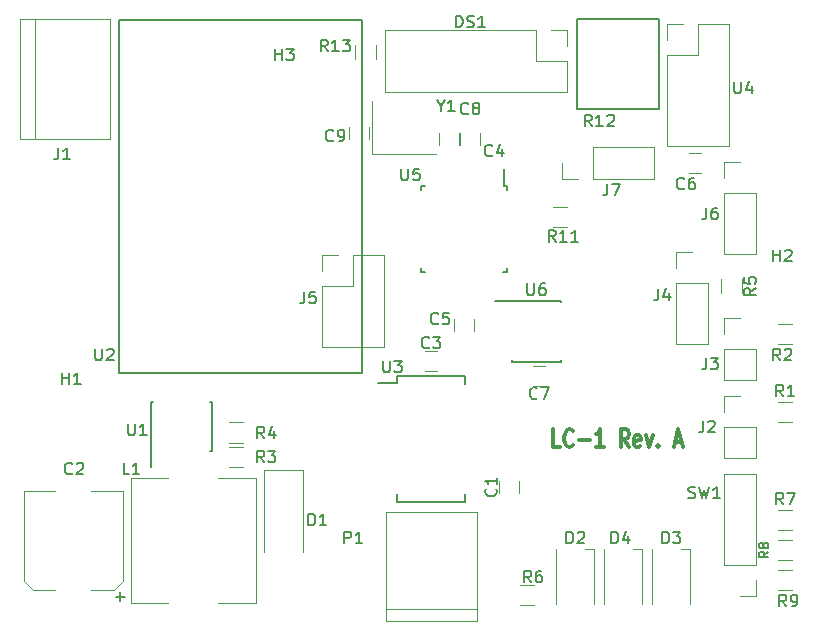
<source format=gto>
G04 #@! TF.GenerationSoftware,KiCad,Pcbnew,5.0.1*
G04 #@! TF.CreationDate,2019-01-11T11:30:50+00:00*
G04 #@! TF.ProjectId,lc1,6C63312E6B696361645F706362000000,rev?*
G04 #@! TF.SameCoordinates,Original*
G04 #@! TF.FileFunction,Legend,Top*
G04 #@! TF.FilePolarity,Positive*
%FSLAX46Y46*%
G04 Gerber Fmt 4.6, Leading zero omitted, Abs format (unit mm)*
G04 Created by KiCad (PCBNEW 5.0.1) date Fri 11 Jan 2019 11:30:50 GMT*
%MOMM*%
%LPD*%
G01*
G04 APERTURE LIST*
%ADD10C,0.300000*%
%ADD11C,0.120000*%
%ADD12C,0.150000*%
G04 APERTURE END LIST*
D10*
X152651428Y-118534571D02*
X152080000Y-118534571D01*
X152080000Y-117034571D01*
X153737142Y-118391714D02*
X153680000Y-118463142D01*
X153508571Y-118534571D01*
X153394285Y-118534571D01*
X153222857Y-118463142D01*
X153108571Y-118320285D01*
X153051428Y-118177428D01*
X152994285Y-117891714D01*
X152994285Y-117677428D01*
X153051428Y-117391714D01*
X153108571Y-117248857D01*
X153222857Y-117106000D01*
X153394285Y-117034571D01*
X153508571Y-117034571D01*
X153680000Y-117106000D01*
X153737142Y-117177428D01*
X154251428Y-117963142D02*
X155165714Y-117963142D01*
X156365714Y-118534571D02*
X155680000Y-118534571D01*
X156022857Y-118534571D02*
X156022857Y-117034571D01*
X155908571Y-117248857D01*
X155794285Y-117391714D01*
X155680000Y-117463142D01*
X158480000Y-118534571D02*
X158080000Y-117820285D01*
X157794285Y-118534571D02*
X157794285Y-117034571D01*
X158251428Y-117034571D01*
X158365714Y-117106000D01*
X158422857Y-117177428D01*
X158480000Y-117320285D01*
X158480000Y-117534571D01*
X158422857Y-117677428D01*
X158365714Y-117748857D01*
X158251428Y-117820285D01*
X157794285Y-117820285D01*
X159451428Y-118463142D02*
X159337142Y-118534571D01*
X159108571Y-118534571D01*
X158994285Y-118463142D01*
X158937142Y-118320285D01*
X158937142Y-117748857D01*
X158994285Y-117606000D01*
X159108571Y-117534571D01*
X159337142Y-117534571D01*
X159451428Y-117606000D01*
X159508571Y-117748857D01*
X159508571Y-117891714D01*
X158937142Y-118034571D01*
X159908571Y-117534571D02*
X160194285Y-118534571D01*
X160480000Y-117534571D01*
X160937142Y-118391714D02*
X160994285Y-118463142D01*
X160937142Y-118534571D01*
X160880000Y-118463142D01*
X160937142Y-118391714D01*
X160937142Y-118534571D01*
X162365714Y-118106000D02*
X162937142Y-118106000D01*
X162251428Y-118534571D02*
X162651428Y-117034571D01*
X163051428Y-118534571D01*
D11*
G04 #@! TO.C,C1*
X147486000Y-121404000D02*
X147486000Y-122404000D01*
X149186000Y-122404000D02*
X149186000Y-121404000D01*
G04 #@! TO.C,C2*
X107238086Y-129862593D02*
X107238086Y-122242593D01*
X107998086Y-130622593D02*
X107238086Y-129862593D01*
X115618086Y-129862593D02*
X114858086Y-130622593D01*
X115618086Y-122242593D02*
X115618086Y-129862593D01*
X107238086Y-122242593D02*
X109918086Y-122242593D01*
X115618086Y-122242593D02*
X112938086Y-122242593D01*
X107998086Y-130622593D02*
X109918086Y-130622593D01*
X114858086Y-130622593D02*
X112938086Y-130622593D01*
G04 #@! TO.C,C3*
X142232000Y-110402000D02*
X141232000Y-110402000D01*
X141232000Y-112102000D02*
X142232000Y-112102000D01*
G04 #@! TO.C,C4*
X145884000Y-92956000D02*
X145884000Y-91956000D01*
X144184000Y-91956000D02*
X144184000Y-92956000D01*
G04 #@! TO.C,C5*
X145376000Y-108704000D02*
X145376000Y-107704000D01*
X143676000Y-107704000D02*
X143676000Y-108704000D01*
G04 #@! TO.C,C6*
X164584000Y-93638000D02*
X163584000Y-93638000D01*
X163584000Y-95338000D02*
X164584000Y-95338000D01*
G04 #@! TO.C,C7*
X151360000Y-111672000D02*
X150360000Y-111672000D01*
X150360000Y-113372000D02*
X151360000Y-113372000D01*
G04 #@! TO.C,D1*
X130858086Y-120508593D02*
X130858086Y-127408593D01*
X127558086Y-120508593D02*
X127558086Y-127408593D01*
X130858086Y-120508593D02*
X127558086Y-120508593D01*
G04 #@! TO.C,D2*
X155524000Y-127140000D02*
X154724000Y-127140000D01*
X155524000Y-131790000D02*
X155524000Y-127140000D01*
X152324000Y-131790000D02*
X152324000Y-127140000D01*
G04 #@! TO.C,D3*
X160452000Y-131790000D02*
X160452000Y-127140000D01*
X163652000Y-131790000D02*
X163652000Y-127140000D01*
X163652000Y-127140000D02*
X162852000Y-127140000D01*
G04 #@! TO.C,D4*
X159588000Y-127140000D02*
X158788000Y-127140000D01*
X159588000Y-131790000D02*
X159588000Y-127140000D01*
X156388000Y-131790000D02*
X156388000Y-127140000D01*
G04 #@! TO.C,DS1*
X153222000Y-83252000D02*
X153222000Y-84582000D01*
X151892000Y-83252000D02*
X153222000Y-83252000D01*
X153222000Y-85852000D02*
X153222000Y-88452000D01*
X150622000Y-85852000D02*
X153222000Y-85852000D01*
X150622000Y-83252000D02*
X150622000Y-85852000D01*
X153222000Y-88452000D02*
X137862000Y-88452000D01*
X150622000Y-83252000D02*
X137862000Y-83252000D01*
X137862000Y-83252000D02*
X137862000Y-88452000D01*
G04 #@! TO.C,J1*
X106934000Y-82296000D02*
X106934000Y-92456000D01*
X114554000Y-82296000D02*
X106934000Y-82296000D01*
X114554000Y-92456000D02*
X114554000Y-82296000D01*
X106934000Y-92456000D02*
X114554000Y-92456000D01*
X108204000Y-92456000D02*
X108204000Y-82296000D01*
G04 #@! TO.C,J2*
X166564000Y-119440000D02*
X169224000Y-119440000D01*
X166564000Y-116840000D02*
X166564000Y-119440000D01*
X169224000Y-116840000D02*
X169224000Y-119440000D01*
X166564000Y-116840000D02*
X169224000Y-116840000D01*
X166564000Y-115570000D02*
X166564000Y-114240000D01*
X166564000Y-114240000D02*
X167894000Y-114240000D01*
G04 #@! TO.C,J3*
X166564000Y-107636000D02*
X167894000Y-107636000D01*
X166564000Y-108966000D02*
X166564000Y-107636000D01*
X166564000Y-110236000D02*
X169224000Y-110236000D01*
X169224000Y-110236000D02*
X169224000Y-112836000D01*
X166564000Y-110236000D02*
X166564000Y-112836000D01*
X166564000Y-112836000D02*
X169224000Y-112836000D01*
G04 #@! TO.C,J4*
X162500000Y-102048000D02*
X163830000Y-102048000D01*
X162500000Y-103378000D02*
X162500000Y-102048000D01*
X162500000Y-104648000D02*
X165160000Y-104648000D01*
X165160000Y-104648000D02*
X165160000Y-109788000D01*
X162500000Y-104648000D02*
X162500000Y-109788000D01*
X162500000Y-109788000D02*
X165160000Y-109788000D01*
G04 #@! TO.C,J5*
X132528000Y-102302000D02*
X133858000Y-102302000D01*
X132528000Y-103632000D02*
X132528000Y-102302000D01*
X135128000Y-102302000D02*
X137728000Y-102302000D01*
X135128000Y-104902000D02*
X135128000Y-102302000D01*
X132528000Y-104902000D02*
X135128000Y-104902000D01*
X137728000Y-102302000D02*
X137728000Y-110042000D01*
X132528000Y-104902000D02*
X132528000Y-110042000D01*
X132528000Y-110042000D02*
X137728000Y-110042000D01*
G04 #@! TO.C,J6*
X166564000Y-94428000D02*
X167894000Y-94428000D01*
X166564000Y-95758000D02*
X166564000Y-94428000D01*
X166564000Y-97028000D02*
X169224000Y-97028000D01*
X169224000Y-97028000D02*
X169224000Y-102168000D01*
X166564000Y-97028000D02*
X166564000Y-102168000D01*
X166564000Y-102168000D02*
X169224000Y-102168000D01*
G04 #@! TO.C,J7*
X160588000Y-95818000D02*
X160588000Y-93158000D01*
X155448000Y-95818000D02*
X160588000Y-95818000D01*
X155448000Y-93158000D02*
X160588000Y-93158000D01*
X155448000Y-95818000D02*
X155448000Y-93158000D01*
X154178000Y-95818000D02*
X152848000Y-95818000D01*
X152848000Y-95818000D02*
X152848000Y-94488000D01*
G04 #@! TO.C,L1*
X126888086Y-131732593D02*
X123688086Y-131732593D01*
X126888086Y-121132593D02*
X126888086Y-131732593D01*
X123688086Y-121132593D02*
X126888086Y-121132593D01*
X116288086Y-121132593D02*
X119488086Y-121132593D01*
X116288086Y-131732593D02*
X116288086Y-121132593D01*
X119488086Y-131732593D02*
X116288086Y-131732593D01*
G04 #@! TO.C,P1*
X137882000Y-124066000D02*
X137882000Y-133266000D01*
X145582000Y-124066000D02*
X137882000Y-124066000D01*
X145582000Y-133266000D02*
X145582000Y-124066000D01*
X137882000Y-133266000D02*
X145582000Y-133266000D01*
X137882000Y-132266000D02*
X145582000Y-132266000D01*
G04 #@! TO.C,R1*
X171104000Y-114690000D02*
X172304000Y-114690000D01*
X172304000Y-116450000D02*
X171104000Y-116450000D01*
G04 #@! TO.C,R2*
X172304000Y-109846000D02*
X171104000Y-109846000D01*
X171104000Y-108086000D02*
X172304000Y-108086000D01*
G04 #@! TO.C,R3*
X125822000Y-120260000D02*
X124622000Y-120260000D01*
X124622000Y-118500000D02*
X125822000Y-118500000D01*
G04 #@! TO.C,R4*
X125822000Y-118168593D02*
X124622000Y-118168593D01*
X124622000Y-116408593D02*
X125822000Y-116408593D01*
G04 #@! TO.C,R5*
X166252000Y-105502000D02*
X166252000Y-104302000D01*
X168012000Y-104302000D02*
X168012000Y-105502000D01*
G04 #@! TO.C,R6*
X150460000Y-131944000D02*
X149260000Y-131944000D01*
X149260000Y-130184000D02*
X150460000Y-130184000D01*
G04 #@! TO.C,R7*
X171104000Y-123834000D02*
X172304000Y-123834000D01*
X172304000Y-125594000D02*
X171104000Y-125594000D01*
G04 #@! TO.C,R8*
X172304000Y-128134000D02*
X171104000Y-128134000D01*
X171104000Y-126374000D02*
X172304000Y-126374000D01*
G04 #@! TO.C,R9*
X171104000Y-128914000D02*
X172304000Y-128914000D01*
X172304000Y-130674000D02*
X171104000Y-130674000D01*
G04 #@! TO.C,R11*
X152054000Y-98180000D02*
X153254000Y-98180000D01*
X153254000Y-99940000D02*
X152054000Y-99940000D01*
D12*
G04 #@! TO.C,R12*
X154051000Y-89916000D02*
X154051000Y-82296000D01*
X161036000Y-89916000D02*
X161036000Y-82296000D01*
X154051000Y-89916000D02*
X161036000Y-89916000D01*
X161036000Y-82296000D02*
X154051000Y-82296000D01*
D11*
G04 #@! TO.C,R13*
X135264000Y-85690000D02*
X135264000Y-84490000D01*
X137024000Y-84490000D02*
X137024000Y-85690000D01*
D12*
G04 #@! TO.C,U1*
X118047086Y-118855593D02*
X118047086Y-120255593D01*
X123147086Y-118855593D02*
X123147086Y-114705593D01*
X117997086Y-118855593D02*
X117997086Y-114705593D01*
X123147086Y-118855593D02*
X123002086Y-118855593D01*
X123147086Y-114705593D02*
X123002086Y-114705593D01*
X117997086Y-114705593D02*
X118142086Y-114705593D01*
X117997086Y-118855593D02*
X118047086Y-118855593D01*
G04 #@! TO.C,U2*
X115316000Y-112268000D02*
X135886000Y-112268000D01*
X115316000Y-112268000D02*
X115316000Y-82378000D01*
X135886000Y-112268000D02*
X135886000Y-82378000D01*
X115316000Y-82378000D02*
X135886000Y-82378000D01*
G04 #@! TO.C,U3*
X138857000Y-113106000D02*
X137257000Y-113106000D01*
X138857000Y-123181000D02*
X144607000Y-123181000D01*
X138857000Y-112531000D02*
X144607000Y-112531000D01*
X138857000Y-123181000D02*
X138857000Y-122531000D01*
X144607000Y-123181000D02*
X144607000Y-122531000D01*
X144607000Y-112531000D02*
X144607000Y-113181000D01*
X138857000Y-112531000D02*
X138857000Y-113106000D01*
D11*
G04 #@! TO.C,U4*
X161738000Y-82744000D02*
X163068000Y-82744000D01*
X161738000Y-84074000D02*
X161738000Y-82744000D01*
X164338000Y-82744000D02*
X166938000Y-82744000D01*
X164338000Y-85344000D02*
X164338000Y-82744000D01*
X161738000Y-85344000D02*
X164338000Y-85344000D01*
X166938000Y-82744000D02*
X166938000Y-93024000D01*
X161738000Y-85344000D02*
X161738000Y-93024000D01*
X161738000Y-93024000D02*
X166938000Y-93024000D01*
D12*
G04 #@! TO.C,U5*
X147926000Y-96451000D02*
X147926000Y-95026000D01*
X148151000Y-103701000D02*
X148151000Y-103376000D01*
X140901000Y-103701000D02*
X140901000Y-103376000D01*
X140901000Y-96451000D02*
X140901000Y-96776000D01*
X148151000Y-96451000D02*
X148151000Y-96776000D01*
X140901000Y-96451000D02*
X141226000Y-96451000D01*
X140901000Y-103701000D02*
X141226000Y-103701000D01*
X148151000Y-103701000D02*
X147826000Y-103701000D01*
X148151000Y-96451000D02*
X147926000Y-96451000D01*
G04 #@! TO.C,U6*
X148547000Y-106137000D02*
X148547000Y-106187000D01*
X152697000Y-106137000D02*
X152697000Y-106282000D01*
X152697000Y-111287000D02*
X152697000Y-111142000D01*
X148547000Y-111287000D02*
X148547000Y-111142000D01*
X148547000Y-106137000D02*
X152697000Y-106137000D01*
X148547000Y-111287000D02*
X152697000Y-111287000D01*
X148547000Y-106187000D02*
X147147000Y-106187000D01*
D11*
G04 #@! TO.C,C8*
X144106000Y-92956000D02*
X144106000Y-91956000D01*
X142406000Y-91956000D02*
X142406000Y-92956000D01*
G04 #@! TO.C,C9*
X134786000Y-91448000D02*
X134786000Y-92448000D01*
X136486000Y-92448000D02*
X136486000Y-91448000D01*
G04 #@! TO.C,Y1*
X136746000Y-93690000D02*
X142146000Y-93690000D01*
X136746000Y-89190000D02*
X136746000Y-93690000D01*
G04 #@! TO.C,SW1*
X169224000Y-131124000D02*
X167894000Y-131124000D01*
X169224000Y-129794000D02*
X169224000Y-131124000D01*
X169224000Y-128524000D02*
X166564000Y-128524000D01*
X166564000Y-128524000D02*
X166564000Y-120844000D01*
X169224000Y-128524000D02*
X169224000Y-120844000D01*
X169224000Y-120844000D02*
X166564000Y-120844000D01*
G04 #@! TO.C,C1*
D12*
X147193142Y-122070666D02*
X147240761Y-122118285D01*
X147288380Y-122261142D01*
X147288380Y-122356380D01*
X147240761Y-122499238D01*
X147145523Y-122594476D01*
X147050285Y-122642095D01*
X146859809Y-122689714D01*
X146716952Y-122689714D01*
X146526476Y-122642095D01*
X146431238Y-122594476D01*
X146336000Y-122499238D01*
X146288380Y-122356380D01*
X146288380Y-122261142D01*
X146336000Y-122118285D01*
X146383619Y-122070666D01*
X147288380Y-121118285D02*
X147288380Y-121689714D01*
X147288380Y-121404000D02*
X146288380Y-121404000D01*
X146431238Y-121499238D01*
X146526476Y-121594476D01*
X146574095Y-121689714D01*
G04 #@! TO.C,C2*
X111339333Y-120753142D02*
X111291714Y-120800761D01*
X111148857Y-120848380D01*
X111053619Y-120848380D01*
X110910761Y-120800761D01*
X110815523Y-120705523D01*
X110767904Y-120610285D01*
X110720285Y-120419809D01*
X110720285Y-120276952D01*
X110767904Y-120086476D01*
X110815523Y-119991238D01*
X110910761Y-119896000D01*
X111053619Y-119848380D01*
X111148857Y-119848380D01*
X111291714Y-119896000D01*
X111339333Y-119943619D01*
X111720285Y-119943619D02*
X111767904Y-119896000D01*
X111863142Y-119848380D01*
X112101238Y-119848380D01*
X112196476Y-119896000D01*
X112244095Y-119943619D01*
X112291714Y-120038857D01*
X112291714Y-120134095D01*
X112244095Y-120276952D01*
X111672666Y-120848380D01*
X112291714Y-120848380D01*
X115409514Y-131593545D02*
X115409514Y-130831640D01*
X115790466Y-131212593D02*
X115028562Y-131212593D01*
G04 #@! TO.C,C3*
X141565333Y-110085142D02*
X141517714Y-110132761D01*
X141374857Y-110180380D01*
X141279619Y-110180380D01*
X141136761Y-110132761D01*
X141041523Y-110037523D01*
X140993904Y-109942285D01*
X140946285Y-109751809D01*
X140946285Y-109608952D01*
X140993904Y-109418476D01*
X141041523Y-109323238D01*
X141136761Y-109228000D01*
X141279619Y-109180380D01*
X141374857Y-109180380D01*
X141517714Y-109228000D01*
X141565333Y-109275619D01*
X141898666Y-109180380D02*
X142517714Y-109180380D01*
X142184380Y-109561333D01*
X142327238Y-109561333D01*
X142422476Y-109608952D01*
X142470095Y-109656571D01*
X142517714Y-109751809D01*
X142517714Y-109989904D01*
X142470095Y-110085142D01*
X142422476Y-110132761D01*
X142327238Y-110180380D01*
X142041523Y-110180380D01*
X141946285Y-110132761D01*
X141898666Y-110085142D01*
G04 #@! TO.C,C4*
X146899333Y-93829142D02*
X146851714Y-93876761D01*
X146708857Y-93924380D01*
X146613619Y-93924380D01*
X146470761Y-93876761D01*
X146375523Y-93781523D01*
X146327904Y-93686285D01*
X146280285Y-93495809D01*
X146280285Y-93352952D01*
X146327904Y-93162476D01*
X146375523Y-93067238D01*
X146470761Y-92972000D01*
X146613619Y-92924380D01*
X146708857Y-92924380D01*
X146851714Y-92972000D01*
X146899333Y-93019619D01*
X147756476Y-93257714D02*
X147756476Y-93924380D01*
X147518380Y-92876761D02*
X147280285Y-93591047D01*
X147899333Y-93591047D01*
G04 #@! TO.C,C5*
X142327333Y-108053142D02*
X142279714Y-108100761D01*
X142136857Y-108148380D01*
X142041619Y-108148380D01*
X141898761Y-108100761D01*
X141803523Y-108005523D01*
X141755904Y-107910285D01*
X141708285Y-107719809D01*
X141708285Y-107576952D01*
X141755904Y-107386476D01*
X141803523Y-107291238D01*
X141898761Y-107196000D01*
X142041619Y-107148380D01*
X142136857Y-107148380D01*
X142279714Y-107196000D01*
X142327333Y-107243619D01*
X143232095Y-107148380D02*
X142755904Y-107148380D01*
X142708285Y-107624571D01*
X142755904Y-107576952D01*
X142851142Y-107529333D01*
X143089238Y-107529333D01*
X143184476Y-107576952D01*
X143232095Y-107624571D01*
X143279714Y-107719809D01*
X143279714Y-107957904D01*
X143232095Y-108053142D01*
X143184476Y-108100761D01*
X143089238Y-108148380D01*
X142851142Y-108148380D01*
X142755904Y-108100761D01*
X142708285Y-108053142D01*
G04 #@! TO.C,C6*
X163155333Y-96623142D02*
X163107714Y-96670761D01*
X162964857Y-96718380D01*
X162869619Y-96718380D01*
X162726761Y-96670761D01*
X162631523Y-96575523D01*
X162583904Y-96480285D01*
X162536285Y-96289809D01*
X162536285Y-96146952D01*
X162583904Y-95956476D01*
X162631523Y-95861238D01*
X162726761Y-95766000D01*
X162869619Y-95718380D01*
X162964857Y-95718380D01*
X163107714Y-95766000D01*
X163155333Y-95813619D01*
X164012476Y-95718380D02*
X163822000Y-95718380D01*
X163726761Y-95766000D01*
X163679142Y-95813619D01*
X163583904Y-95956476D01*
X163536285Y-96146952D01*
X163536285Y-96527904D01*
X163583904Y-96623142D01*
X163631523Y-96670761D01*
X163726761Y-96718380D01*
X163917238Y-96718380D01*
X164012476Y-96670761D01*
X164060095Y-96623142D01*
X164107714Y-96527904D01*
X164107714Y-96289809D01*
X164060095Y-96194571D01*
X164012476Y-96146952D01*
X163917238Y-96099333D01*
X163726761Y-96099333D01*
X163631523Y-96146952D01*
X163583904Y-96194571D01*
X163536285Y-96289809D01*
G04 #@! TO.C,C7*
X150693333Y-114379142D02*
X150645714Y-114426761D01*
X150502857Y-114474380D01*
X150407619Y-114474380D01*
X150264761Y-114426761D01*
X150169523Y-114331523D01*
X150121904Y-114236285D01*
X150074285Y-114045809D01*
X150074285Y-113902952D01*
X150121904Y-113712476D01*
X150169523Y-113617238D01*
X150264761Y-113522000D01*
X150407619Y-113474380D01*
X150502857Y-113474380D01*
X150645714Y-113522000D01*
X150693333Y-113569619D01*
X151026666Y-113474380D02*
X151693333Y-113474380D01*
X151264761Y-114474380D01*
G04 #@! TO.C,D1*
X131341904Y-125166380D02*
X131341904Y-124166380D01*
X131580000Y-124166380D01*
X131722857Y-124214000D01*
X131818095Y-124309238D01*
X131865714Y-124404476D01*
X131913333Y-124594952D01*
X131913333Y-124737809D01*
X131865714Y-124928285D01*
X131818095Y-125023523D01*
X131722857Y-125118761D01*
X131580000Y-125166380D01*
X131341904Y-125166380D01*
X132865714Y-125166380D02*
X132294285Y-125166380D01*
X132580000Y-125166380D02*
X132580000Y-124166380D01*
X132484761Y-124309238D01*
X132389523Y-124404476D01*
X132294285Y-124452095D01*
G04 #@! TO.C,D2*
X153185904Y-126690380D02*
X153185904Y-125690380D01*
X153424000Y-125690380D01*
X153566857Y-125738000D01*
X153662095Y-125833238D01*
X153709714Y-125928476D01*
X153757333Y-126118952D01*
X153757333Y-126261809D01*
X153709714Y-126452285D01*
X153662095Y-126547523D01*
X153566857Y-126642761D01*
X153424000Y-126690380D01*
X153185904Y-126690380D01*
X154138285Y-125785619D02*
X154185904Y-125738000D01*
X154281142Y-125690380D01*
X154519238Y-125690380D01*
X154614476Y-125738000D01*
X154662095Y-125785619D01*
X154709714Y-125880857D01*
X154709714Y-125976095D01*
X154662095Y-126118952D01*
X154090666Y-126690380D01*
X154709714Y-126690380D01*
G04 #@! TO.C,D3*
X161313904Y-126690380D02*
X161313904Y-125690380D01*
X161552000Y-125690380D01*
X161694857Y-125738000D01*
X161790095Y-125833238D01*
X161837714Y-125928476D01*
X161885333Y-126118952D01*
X161885333Y-126261809D01*
X161837714Y-126452285D01*
X161790095Y-126547523D01*
X161694857Y-126642761D01*
X161552000Y-126690380D01*
X161313904Y-126690380D01*
X162218666Y-125690380D02*
X162837714Y-125690380D01*
X162504380Y-126071333D01*
X162647238Y-126071333D01*
X162742476Y-126118952D01*
X162790095Y-126166571D01*
X162837714Y-126261809D01*
X162837714Y-126499904D01*
X162790095Y-126595142D01*
X162742476Y-126642761D01*
X162647238Y-126690380D01*
X162361523Y-126690380D01*
X162266285Y-126642761D01*
X162218666Y-126595142D01*
G04 #@! TO.C,D4*
X156995904Y-126690380D02*
X156995904Y-125690380D01*
X157234000Y-125690380D01*
X157376857Y-125738000D01*
X157472095Y-125833238D01*
X157519714Y-125928476D01*
X157567333Y-126118952D01*
X157567333Y-126261809D01*
X157519714Y-126452285D01*
X157472095Y-126547523D01*
X157376857Y-126642761D01*
X157234000Y-126690380D01*
X156995904Y-126690380D01*
X158424476Y-126023714D02*
X158424476Y-126690380D01*
X158186380Y-125642761D02*
X157948285Y-126357047D01*
X158567333Y-126357047D01*
G04 #@! TO.C,DS1*
X143819714Y-83002380D02*
X143819714Y-82002380D01*
X144057809Y-82002380D01*
X144200666Y-82050000D01*
X144295904Y-82145238D01*
X144343523Y-82240476D01*
X144391142Y-82430952D01*
X144391142Y-82573809D01*
X144343523Y-82764285D01*
X144295904Y-82859523D01*
X144200666Y-82954761D01*
X144057809Y-83002380D01*
X143819714Y-83002380D01*
X144772095Y-82954761D02*
X144914952Y-83002380D01*
X145153047Y-83002380D01*
X145248285Y-82954761D01*
X145295904Y-82907142D01*
X145343523Y-82811904D01*
X145343523Y-82716666D01*
X145295904Y-82621428D01*
X145248285Y-82573809D01*
X145153047Y-82526190D01*
X144962571Y-82478571D01*
X144867333Y-82430952D01*
X144819714Y-82383333D01*
X144772095Y-82288095D01*
X144772095Y-82192857D01*
X144819714Y-82097619D01*
X144867333Y-82050000D01*
X144962571Y-82002380D01*
X145200666Y-82002380D01*
X145343523Y-82050000D01*
X146295904Y-83002380D02*
X145724476Y-83002380D01*
X146010190Y-83002380D02*
X146010190Y-82002380D01*
X145914952Y-82145238D01*
X145819714Y-82240476D01*
X145724476Y-82288095D01*
G04 #@! TO.C,J1*
X110156666Y-93178380D02*
X110156666Y-93892666D01*
X110109047Y-94035523D01*
X110013809Y-94130761D01*
X109870952Y-94178380D01*
X109775714Y-94178380D01*
X111156666Y-94178380D02*
X110585238Y-94178380D01*
X110870952Y-94178380D02*
X110870952Y-93178380D01*
X110775714Y-93321238D01*
X110680476Y-93416476D01*
X110585238Y-93464095D01*
G04 #@! TO.C,J2*
X164766666Y-116292380D02*
X164766666Y-117006666D01*
X164719047Y-117149523D01*
X164623809Y-117244761D01*
X164480952Y-117292380D01*
X164385714Y-117292380D01*
X165195238Y-116387619D02*
X165242857Y-116340000D01*
X165338095Y-116292380D01*
X165576190Y-116292380D01*
X165671428Y-116340000D01*
X165719047Y-116387619D01*
X165766666Y-116482857D01*
X165766666Y-116578095D01*
X165719047Y-116720952D01*
X165147619Y-117292380D01*
X165766666Y-117292380D01*
G04 #@! TO.C,J3*
X165020666Y-110958380D02*
X165020666Y-111672666D01*
X164973047Y-111815523D01*
X164877809Y-111910761D01*
X164734952Y-111958380D01*
X164639714Y-111958380D01*
X165401619Y-110958380D02*
X166020666Y-110958380D01*
X165687333Y-111339333D01*
X165830190Y-111339333D01*
X165925428Y-111386952D01*
X165973047Y-111434571D01*
X166020666Y-111529809D01*
X166020666Y-111767904D01*
X165973047Y-111863142D01*
X165925428Y-111910761D01*
X165830190Y-111958380D01*
X165544476Y-111958380D01*
X165449238Y-111910761D01*
X165401619Y-111863142D01*
G04 #@! TO.C,J4*
X160956666Y-105116380D02*
X160956666Y-105830666D01*
X160909047Y-105973523D01*
X160813809Y-106068761D01*
X160670952Y-106116380D01*
X160575714Y-106116380D01*
X161861428Y-105449714D02*
X161861428Y-106116380D01*
X161623333Y-105068761D02*
X161385238Y-105783047D01*
X162004285Y-105783047D01*
G04 #@! TO.C,J5*
X130984666Y-105370380D02*
X130984666Y-106084666D01*
X130937047Y-106227523D01*
X130841809Y-106322761D01*
X130698952Y-106370380D01*
X130603714Y-106370380D01*
X131937047Y-105370380D02*
X131460857Y-105370380D01*
X131413238Y-105846571D01*
X131460857Y-105798952D01*
X131556095Y-105751333D01*
X131794190Y-105751333D01*
X131889428Y-105798952D01*
X131937047Y-105846571D01*
X131984666Y-105941809D01*
X131984666Y-106179904D01*
X131937047Y-106275142D01*
X131889428Y-106322761D01*
X131794190Y-106370380D01*
X131556095Y-106370380D01*
X131460857Y-106322761D01*
X131413238Y-106275142D01*
G04 #@! TO.C,J6*
X165020666Y-98258380D02*
X165020666Y-98972666D01*
X164973047Y-99115523D01*
X164877809Y-99210761D01*
X164734952Y-99258380D01*
X164639714Y-99258380D01*
X165925428Y-98258380D02*
X165734952Y-98258380D01*
X165639714Y-98306000D01*
X165592095Y-98353619D01*
X165496857Y-98496476D01*
X165449238Y-98686952D01*
X165449238Y-99067904D01*
X165496857Y-99163142D01*
X165544476Y-99210761D01*
X165639714Y-99258380D01*
X165830190Y-99258380D01*
X165925428Y-99210761D01*
X165973047Y-99163142D01*
X166020666Y-99067904D01*
X166020666Y-98829809D01*
X165973047Y-98734571D01*
X165925428Y-98686952D01*
X165830190Y-98639333D01*
X165639714Y-98639333D01*
X165544476Y-98686952D01*
X165496857Y-98734571D01*
X165449238Y-98829809D01*
G04 #@! TO.C,J7*
X156638666Y-96226380D02*
X156638666Y-96940666D01*
X156591047Y-97083523D01*
X156495809Y-97178761D01*
X156352952Y-97226380D01*
X156257714Y-97226380D01*
X157019619Y-96226380D02*
X157686285Y-96226380D01*
X157257714Y-97226380D01*
G04 #@! TO.C,L1*
X116165333Y-120848380D02*
X115689142Y-120848380D01*
X115689142Y-119848380D01*
X117022476Y-120848380D02*
X116451047Y-120848380D01*
X116736761Y-120848380D02*
X116736761Y-119848380D01*
X116641523Y-119991238D01*
X116546285Y-120086476D01*
X116451047Y-120134095D01*
G04 #@! TO.C,P1*
X134389904Y-126690380D02*
X134389904Y-125690380D01*
X134770857Y-125690380D01*
X134866095Y-125738000D01*
X134913714Y-125785619D01*
X134961333Y-125880857D01*
X134961333Y-126023714D01*
X134913714Y-126118952D01*
X134866095Y-126166571D01*
X134770857Y-126214190D01*
X134389904Y-126214190D01*
X135913714Y-126690380D02*
X135342285Y-126690380D01*
X135628000Y-126690380D02*
X135628000Y-125690380D01*
X135532761Y-125833238D01*
X135437523Y-125928476D01*
X135342285Y-125976095D01*
G04 #@! TO.C,R1*
X171537333Y-114244380D02*
X171204000Y-113768190D01*
X170965904Y-114244380D02*
X170965904Y-113244380D01*
X171346857Y-113244380D01*
X171442095Y-113292000D01*
X171489714Y-113339619D01*
X171537333Y-113434857D01*
X171537333Y-113577714D01*
X171489714Y-113672952D01*
X171442095Y-113720571D01*
X171346857Y-113768190D01*
X170965904Y-113768190D01*
X172489714Y-114244380D02*
X171918285Y-114244380D01*
X172204000Y-114244380D02*
X172204000Y-113244380D01*
X172108761Y-113387238D01*
X172013523Y-113482476D01*
X171918285Y-113530095D01*
G04 #@! TO.C,R2*
X171283333Y-111196380D02*
X170950000Y-110720190D01*
X170711904Y-111196380D02*
X170711904Y-110196380D01*
X171092857Y-110196380D01*
X171188095Y-110244000D01*
X171235714Y-110291619D01*
X171283333Y-110386857D01*
X171283333Y-110529714D01*
X171235714Y-110624952D01*
X171188095Y-110672571D01*
X171092857Y-110720190D01*
X170711904Y-110720190D01*
X171664285Y-110291619D02*
X171711904Y-110244000D01*
X171807142Y-110196380D01*
X172045238Y-110196380D01*
X172140476Y-110244000D01*
X172188095Y-110291619D01*
X172235714Y-110386857D01*
X172235714Y-110482095D01*
X172188095Y-110624952D01*
X171616666Y-111196380D01*
X172235714Y-111196380D01*
G04 #@! TO.C,R3*
X127595333Y-119832380D02*
X127262000Y-119356190D01*
X127023904Y-119832380D02*
X127023904Y-118832380D01*
X127404857Y-118832380D01*
X127500095Y-118880000D01*
X127547714Y-118927619D01*
X127595333Y-119022857D01*
X127595333Y-119165714D01*
X127547714Y-119260952D01*
X127500095Y-119308571D01*
X127404857Y-119356190D01*
X127023904Y-119356190D01*
X127928666Y-118832380D02*
X128547714Y-118832380D01*
X128214380Y-119213333D01*
X128357238Y-119213333D01*
X128452476Y-119260952D01*
X128500095Y-119308571D01*
X128547714Y-119403809D01*
X128547714Y-119641904D01*
X128500095Y-119737142D01*
X128452476Y-119784761D01*
X128357238Y-119832380D01*
X128071523Y-119832380D01*
X127976285Y-119784761D01*
X127928666Y-119737142D01*
G04 #@! TO.C,R4*
X127595333Y-117800380D02*
X127262000Y-117324190D01*
X127023904Y-117800380D02*
X127023904Y-116800380D01*
X127404857Y-116800380D01*
X127500095Y-116848000D01*
X127547714Y-116895619D01*
X127595333Y-116990857D01*
X127595333Y-117133714D01*
X127547714Y-117228952D01*
X127500095Y-117276571D01*
X127404857Y-117324190D01*
X127023904Y-117324190D01*
X128452476Y-117133714D02*
X128452476Y-117800380D01*
X128214380Y-116752761D02*
X127976285Y-117467047D01*
X128595333Y-117467047D01*
G04 #@! TO.C,R5*
X169234380Y-105068666D02*
X168758190Y-105402000D01*
X169234380Y-105640095D02*
X168234380Y-105640095D01*
X168234380Y-105259142D01*
X168282000Y-105163904D01*
X168329619Y-105116285D01*
X168424857Y-105068666D01*
X168567714Y-105068666D01*
X168662952Y-105116285D01*
X168710571Y-105163904D01*
X168758190Y-105259142D01*
X168758190Y-105640095D01*
X168234380Y-104163904D02*
X168234380Y-104640095D01*
X168710571Y-104687714D01*
X168662952Y-104640095D01*
X168615333Y-104544857D01*
X168615333Y-104306761D01*
X168662952Y-104211523D01*
X168710571Y-104163904D01*
X168805809Y-104116285D01*
X169043904Y-104116285D01*
X169139142Y-104163904D01*
X169186761Y-104211523D01*
X169234380Y-104306761D01*
X169234380Y-104544857D01*
X169186761Y-104640095D01*
X169139142Y-104687714D01*
G04 #@! TO.C,R6*
X150201333Y-129992380D02*
X149868000Y-129516190D01*
X149629904Y-129992380D02*
X149629904Y-128992380D01*
X150010857Y-128992380D01*
X150106095Y-129040000D01*
X150153714Y-129087619D01*
X150201333Y-129182857D01*
X150201333Y-129325714D01*
X150153714Y-129420952D01*
X150106095Y-129468571D01*
X150010857Y-129516190D01*
X149629904Y-129516190D01*
X151058476Y-128992380D02*
X150868000Y-128992380D01*
X150772761Y-129040000D01*
X150725142Y-129087619D01*
X150629904Y-129230476D01*
X150582285Y-129420952D01*
X150582285Y-129801904D01*
X150629904Y-129897142D01*
X150677523Y-129944761D01*
X150772761Y-129992380D01*
X150963238Y-129992380D01*
X151058476Y-129944761D01*
X151106095Y-129897142D01*
X151153714Y-129801904D01*
X151153714Y-129563809D01*
X151106095Y-129468571D01*
X151058476Y-129420952D01*
X150963238Y-129373333D01*
X150772761Y-129373333D01*
X150677523Y-129420952D01*
X150629904Y-129468571D01*
X150582285Y-129563809D01*
G04 #@! TO.C,R7*
X171537333Y-123388380D02*
X171204000Y-122912190D01*
X170965904Y-123388380D02*
X170965904Y-122388380D01*
X171346857Y-122388380D01*
X171442095Y-122436000D01*
X171489714Y-122483619D01*
X171537333Y-122578857D01*
X171537333Y-122721714D01*
X171489714Y-122816952D01*
X171442095Y-122864571D01*
X171346857Y-122912190D01*
X170965904Y-122912190D01*
X171870666Y-122388380D02*
X172537333Y-122388380D01*
X172108761Y-123388380D01*
G04 #@! TO.C,R8*
X170287904Y-127387333D02*
X169906952Y-127654000D01*
X170287904Y-127844476D02*
X169487904Y-127844476D01*
X169487904Y-127539714D01*
X169526000Y-127463523D01*
X169564095Y-127425428D01*
X169640285Y-127387333D01*
X169754571Y-127387333D01*
X169830761Y-127425428D01*
X169868857Y-127463523D01*
X169906952Y-127539714D01*
X169906952Y-127844476D01*
X169830761Y-126930190D02*
X169792666Y-127006380D01*
X169754571Y-127044476D01*
X169678380Y-127082571D01*
X169640285Y-127082571D01*
X169564095Y-127044476D01*
X169526000Y-127006380D01*
X169487904Y-126930190D01*
X169487904Y-126777809D01*
X169526000Y-126701619D01*
X169564095Y-126663523D01*
X169640285Y-126625428D01*
X169678380Y-126625428D01*
X169754571Y-126663523D01*
X169792666Y-126701619D01*
X169830761Y-126777809D01*
X169830761Y-126930190D01*
X169868857Y-127006380D01*
X169906952Y-127044476D01*
X169983142Y-127082571D01*
X170135523Y-127082571D01*
X170211714Y-127044476D01*
X170249809Y-127006380D01*
X170287904Y-126930190D01*
X170287904Y-126777809D01*
X170249809Y-126701619D01*
X170211714Y-126663523D01*
X170135523Y-126625428D01*
X169983142Y-126625428D01*
X169906952Y-126663523D01*
X169868857Y-126701619D01*
X169830761Y-126777809D01*
G04 #@! TO.C,R9*
X171791333Y-132024380D02*
X171458000Y-131548190D01*
X171219904Y-132024380D02*
X171219904Y-131024380D01*
X171600857Y-131024380D01*
X171696095Y-131072000D01*
X171743714Y-131119619D01*
X171791333Y-131214857D01*
X171791333Y-131357714D01*
X171743714Y-131452952D01*
X171696095Y-131500571D01*
X171600857Y-131548190D01*
X171219904Y-131548190D01*
X172267523Y-132024380D02*
X172458000Y-132024380D01*
X172553238Y-131976761D01*
X172600857Y-131929142D01*
X172696095Y-131786285D01*
X172743714Y-131595809D01*
X172743714Y-131214857D01*
X172696095Y-131119619D01*
X172648476Y-131072000D01*
X172553238Y-131024380D01*
X172362761Y-131024380D01*
X172267523Y-131072000D01*
X172219904Y-131119619D01*
X172172285Y-131214857D01*
X172172285Y-131452952D01*
X172219904Y-131548190D01*
X172267523Y-131595809D01*
X172362761Y-131643428D01*
X172553238Y-131643428D01*
X172648476Y-131595809D01*
X172696095Y-131548190D01*
X172743714Y-131452952D01*
G04 #@! TO.C,R11*
X152265142Y-101162380D02*
X151931809Y-100686190D01*
X151693714Y-101162380D02*
X151693714Y-100162380D01*
X152074666Y-100162380D01*
X152169904Y-100210000D01*
X152217523Y-100257619D01*
X152265142Y-100352857D01*
X152265142Y-100495714D01*
X152217523Y-100590952D01*
X152169904Y-100638571D01*
X152074666Y-100686190D01*
X151693714Y-100686190D01*
X153217523Y-101162380D02*
X152646095Y-101162380D01*
X152931809Y-101162380D02*
X152931809Y-100162380D01*
X152836571Y-100305238D01*
X152741333Y-100400476D01*
X152646095Y-100448095D01*
X154169904Y-101162380D02*
X153598476Y-101162380D01*
X153884190Y-101162380D02*
X153884190Y-100162380D01*
X153788952Y-100305238D01*
X153693714Y-100400476D01*
X153598476Y-100448095D01*
G04 #@! TO.C,R12*
X155313142Y-91384380D02*
X154979809Y-90908190D01*
X154741714Y-91384380D02*
X154741714Y-90384380D01*
X155122666Y-90384380D01*
X155217904Y-90432000D01*
X155265523Y-90479619D01*
X155313142Y-90574857D01*
X155313142Y-90717714D01*
X155265523Y-90812952D01*
X155217904Y-90860571D01*
X155122666Y-90908190D01*
X154741714Y-90908190D01*
X156265523Y-91384380D02*
X155694095Y-91384380D01*
X155979809Y-91384380D02*
X155979809Y-90384380D01*
X155884571Y-90527238D01*
X155789333Y-90622476D01*
X155694095Y-90670095D01*
X156646476Y-90479619D02*
X156694095Y-90432000D01*
X156789333Y-90384380D01*
X157027428Y-90384380D01*
X157122666Y-90432000D01*
X157170285Y-90479619D01*
X157217904Y-90574857D01*
X157217904Y-90670095D01*
X157170285Y-90812952D01*
X156598857Y-91384380D01*
X157217904Y-91384380D01*
G04 #@! TO.C,R13*
X132961142Y-85034380D02*
X132627809Y-84558190D01*
X132389714Y-85034380D02*
X132389714Y-84034380D01*
X132770666Y-84034380D01*
X132865904Y-84082000D01*
X132913523Y-84129619D01*
X132961142Y-84224857D01*
X132961142Y-84367714D01*
X132913523Y-84462952D01*
X132865904Y-84510571D01*
X132770666Y-84558190D01*
X132389714Y-84558190D01*
X133913523Y-85034380D02*
X133342095Y-85034380D01*
X133627809Y-85034380D02*
X133627809Y-84034380D01*
X133532571Y-84177238D01*
X133437333Y-84272476D01*
X133342095Y-84320095D01*
X134246857Y-84034380D02*
X134865904Y-84034380D01*
X134532571Y-84415333D01*
X134675428Y-84415333D01*
X134770666Y-84462952D01*
X134818285Y-84510571D01*
X134865904Y-84605809D01*
X134865904Y-84843904D01*
X134818285Y-84939142D01*
X134770666Y-84986761D01*
X134675428Y-85034380D01*
X134389714Y-85034380D01*
X134294476Y-84986761D01*
X134246857Y-84939142D01*
G04 #@! TO.C,U1*
X116078095Y-116546380D02*
X116078095Y-117355904D01*
X116125714Y-117451142D01*
X116173333Y-117498761D01*
X116268571Y-117546380D01*
X116459047Y-117546380D01*
X116554285Y-117498761D01*
X116601904Y-117451142D01*
X116649523Y-117355904D01*
X116649523Y-116546380D01*
X117649523Y-117546380D02*
X117078095Y-117546380D01*
X117363809Y-117546380D02*
X117363809Y-116546380D01*
X117268571Y-116689238D01*
X117173333Y-116784476D01*
X117078095Y-116832095D01*
G04 #@! TO.C,U2*
X113284095Y-110196380D02*
X113284095Y-111005904D01*
X113331714Y-111101142D01*
X113379333Y-111148761D01*
X113474571Y-111196380D01*
X113665047Y-111196380D01*
X113760285Y-111148761D01*
X113807904Y-111101142D01*
X113855523Y-111005904D01*
X113855523Y-110196380D01*
X114284095Y-110291619D02*
X114331714Y-110244000D01*
X114426952Y-110196380D01*
X114665047Y-110196380D01*
X114760285Y-110244000D01*
X114807904Y-110291619D01*
X114855523Y-110386857D01*
X114855523Y-110482095D01*
X114807904Y-110624952D01*
X114236476Y-111196380D01*
X114855523Y-111196380D01*
G04 #@! TO.C,U3*
X137668095Y-111212380D02*
X137668095Y-112021904D01*
X137715714Y-112117142D01*
X137763333Y-112164761D01*
X137858571Y-112212380D01*
X138049047Y-112212380D01*
X138144285Y-112164761D01*
X138191904Y-112117142D01*
X138239523Y-112021904D01*
X138239523Y-111212380D01*
X138620476Y-111212380D02*
X139239523Y-111212380D01*
X138906190Y-111593333D01*
X139049047Y-111593333D01*
X139144285Y-111640952D01*
X139191904Y-111688571D01*
X139239523Y-111783809D01*
X139239523Y-112021904D01*
X139191904Y-112117142D01*
X139144285Y-112164761D01*
X139049047Y-112212380D01*
X138763333Y-112212380D01*
X138668095Y-112164761D01*
X138620476Y-112117142D01*
G04 #@! TO.C,U4*
X167386095Y-87590380D02*
X167386095Y-88399904D01*
X167433714Y-88495142D01*
X167481333Y-88542761D01*
X167576571Y-88590380D01*
X167767047Y-88590380D01*
X167862285Y-88542761D01*
X167909904Y-88495142D01*
X167957523Y-88399904D01*
X167957523Y-87590380D01*
X168862285Y-87923714D02*
X168862285Y-88590380D01*
X168624190Y-87542761D02*
X168386095Y-88257047D01*
X169005142Y-88257047D01*
G04 #@! TO.C,U5*
X139192095Y-94956380D02*
X139192095Y-95765904D01*
X139239714Y-95861142D01*
X139287333Y-95908761D01*
X139382571Y-95956380D01*
X139573047Y-95956380D01*
X139668285Y-95908761D01*
X139715904Y-95861142D01*
X139763523Y-95765904D01*
X139763523Y-94956380D01*
X140715904Y-94956380D02*
X140239714Y-94956380D01*
X140192095Y-95432571D01*
X140239714Y-95384952D01*
X140334952Y-95337333D01*
X140573047Y-95337333D01*
X140668285Y-95384952D01*
X140715904Y-95432571D01*
X140763523Y-95527809D01*
X140763523Y-95765904D01*
X140715904Y-95861142D01*
X140668285Y-95908761D01*
X140573047Y-95956380D01*
X140334952Y-95956380D01*
X140239714Y-95908761D01*
X140192095Y-95861142D01*
G04 #@! TO.C,U6*
X149860095Y-104664380D02*
X149860095Y-105473904D01*
X149907714Y-105569142D01*
X149955333Y-105616761D01*
X150050571Y-105664380D01*
X150241047Y-105664380D01*
X150336285Y-105616761D01*
X150383904Y-105569142D01*
X150431523Y-105473904D01*
X150431523Y-104664380D01*
X151336285Y-104664380D02*
X151145809Y-104664380D01*
X151050571Y-104712000D01*
X151002952Y-104759619D01*
X150907714Y-104902476D01*
X150860095Y-105092952D01*
X150860095Y-105473904D01*
X150907714Y-105569142D01*
X150955333Y-105616761D01*
X151050571Y-105664380D01*
X151241047Y-105664380D01*
X151336285Y-105616761D01*
X151383904Y-105569142D01*
X151431523Y-105473904D01*
X151431523Y-105235809D01*
X151383904Y-105140571D01*
X151336285Y-105092952D01*
X151241047Y-105045333D01*
X151050571Y-105045333D01*
X150955333Y-105092952D01*
X150907714Y-105140571D01*
X150860095Y-105235809D01*
G04 #@! TO.C,C8*
X144867333Y-90273142D02*
X144819714Y-90320761D01*
X144676857Y-90368380D01*
X144581619Y-90368380D01*
X144438761Y-90320761D01*
X144343523Y-90225523D01*
X144295904Y-90130285D01*
X144248285Y-89939809D01*
X144248285Y-89796952D01*
X144295904Y-89606476D01*
X144343523Y-89511238D01*
X144438761Y-89416000D01*
X144581619Y-89368380D01*
X144676857Y-89368380D01*
X144819714Y-89416000D01*
X144867333Y-89463619D01*
X145438761Y-89796952D02*
X145343523Y-89749333D01*
X145295904Y-89701714D01*
X145248285Y-89606476D01*
X145248285Y-89558857D01*
X145295904Y-89463619D01*
X145343523Y-89416000D01*
X145438761Y-89368380D01*
X145629238Y-89368380D01*
X145724476Y-89416000D01*
X145772095Y-89463619D01*
X145819714Y-89558857D01*
X145819714Y-89606476D01*
X145772095Y-89701714D01*
X145724476Y-89749333D01*
X145629238Y-89796952D01*
X145438761Y-89796952D01*
X145343523Y-89844571D01*
X145295904Y-89892190D01*
X145248285Y-89987428D01*
X145248285Y-90177904D01*
X145295904Y-90273142D01*
X145343523Y-90320761D01*
X145438761Y-90368380D01*
X145629238Y-90368380D01*
X145724476Y-90320761D01*
X145772095Y-90273142D01*
X145819714Y-90177904D01*
X145819714Y-89987428D01*
X145772095Y-89892190D01*
X145724476Y-89844571D01*
X145629238Y-89796952D01*
G04 #@! TO.C,C9*
X133437333Y-92559142D02*
X133389714Y-92606761D01*
X133246857Y-92654380D01*
X133151619Y-92654380D01*
X133008761Y-92606761D01*
X132913523Y-92511523D01*
X132865904Y-92416285D01*
X132818285Y-92225809D01*
X132818285Y-92082952D01*
X132865904Y-91892476D01*
X132913523Y-91797238D01*
X133008761Y-91702000D01*
X133151619Y-91654380D01*
X133246857Y-91654380D01*
X133389714Y-91702000D01*
X133437333Y-91749619D01*
X133913523Y-92654380D02*
X134104000Y-92654380D01*
X134199238Y-92606761D01*
X134246857Y-92559142D01*
X134342095Y-92416285D01*
X134389714Y-92225809D01*
X134389714Y-91844857D01*
X134342095Y-91749619D01*
X134294476Y-91702000D01*
X134199238Y-91654380D01*
X134008761Y-91654380D01*
X133913523Y-91702000D01*
X133865904Y-91749619D01*
X133818285Y-91844857D01*
X133818285Y-92082952D01*
X133865904Y-92178190D01*
X133913523Y-92225809D01*
X134008761Y-92273428D01*
X134199238Y-92273428D01*
X134294476Y-92225809D01*
X134342095Y-92178190D01*
X134389714Y-92082952D01*
G04 #@! TO.C,Y1*
X142525809Y-89638190D02*
X142525809Y-90114380D01*
X142192476Y-89114380D02*
X142525809Y-89638190D01*
X142859142Y-89114380D01*
X143716285Y-90114380D02*
X143144857Y-90114380D01*
X143430571Y-90114380D02*
X143430571Y-89114380D01*
X143335333Y-89257238D01*
X143240095Y-89352476D01*
X143144857Y-89400095D01*
G04 #@! TO.C,SW1*
X163512666Y-122832761D02*
X163655523Y-122880380D01*
X163893619Y-122880380D01*
X163988857Y-122832761D01*
X164036476Y-122785142D01*
X164084095Y-122689904D01*
X164084095Y-122594666D01*
X164036476Y-122499428D01*
X163988857Y-122451809D01*
X163893619Y-122404190D01*
X163703142Y-122356571D01*
X163607904Y-122308952D01*
X163560285Y-122261333D01*
X163512666Y-122166095D01*
X163512666Y-122070857D01*
X163560285Y-121975619D01*
X163607904Y-121928000D01*
X163703142Y-121880380D01*
X163941238Y-121880380D01*
X164084095Y-121928000D01*
X164417428Y-121880380D02*
X164655523Y-122880380D01*
X164846000Y-122166095D01*
X165036476Y-122880380D01*
X165274571Y-121880380D01*
X166179333Y-122880380D02*
X165607904Y-122880380D01*
X165893619Y-122880380D02*
X165893619Y-121880380D01*
X165798380Y-122023238D01*
X165703142Y-122118476D01*
X165607904Y-122166095D01*
G04 #@! TO.C,H1*
X110490095Y-113228380D02*
X110490095Y-112228380D01*
X110490095Y-112704571D02*
X111061523Y-112704571D01*
X111061523Y-113228380D02*
X111061523Y-112228380D01*
X112061523Y-113228380D02*
X111490095Y-113228380D01*
X111775809Y-113228380D02*
X111775809Y-112228380D01*
X111680571Y-112371238D01*
X111585333Y-112466476D01*
X111490095Y-112514095D01*
G04 #@! TO.C,H2*
X170688095Y-102814380D02*
X170688095Y-101814380D01*
X170688095Y-102290571D02*
X171259523Y-102290571D01*
X171259523Y-102814380D02*
X171259523Y-101814380D01*
X171688095Y-101909619D02*
X171735714Y-101862000D01*
X171830952Y-101814380D01*
X172069047Y-101814380D01*
X172164285Y-101862000D01*
X172211904Y-101909619D01*
X172259523Y-102004857D01*
X172259523Y-102100095D01*
X172211904Y-102242952D01*
X171640476Y-102814380D01*
X172259523Y-102814380D01*
G04 #@! TO.C,H3*
X128524095Y-85796380D02*
X128524095Y-84796380D01*
X128524095Y-85272571D02*
X129095523Y-85272571D01*
X129095523Y-85796380D02*
X129095523Y-84796380D01*
X129476476Y-84796380D02*
X130095523Y-84796380D01*
X129762190Y-85177333D01*
X129905047Y-85177333D01*
X130000285Y-85224952D01*
X130047904Y-85272571D01*
X130095523Y-85367809D01*
X130095523Y-85605904D01*
X130047904Y-85701142D01*
X130000285Y-85748761D01*
X129905047Y-85796380D01*
X129619333Y-85796380D01*
X129524095Y-85748761D01*
X129476476Y-85701142D01*
G04 #@! TD*
M02*

</source>
